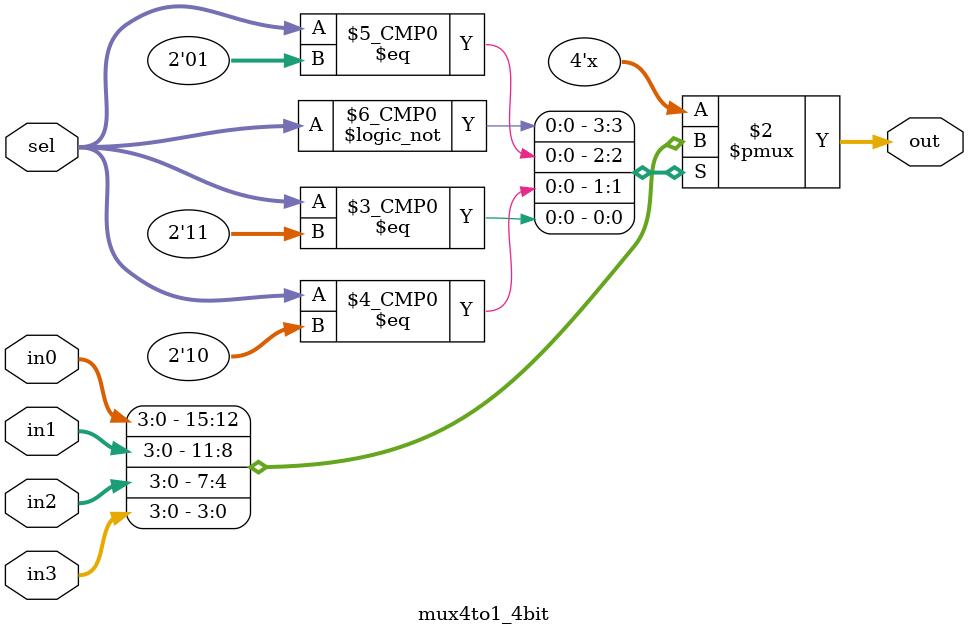
<source format=v>
`timescale 1ns / 1ps


module mux4to1_4bit(
input [3:0] in0,in1,in2,in3,
input [1:0] sel,
output reg [3:0] out
    );
    
    always @(*) begin
    case(sel)
    2'b00 : out = in0; // add
    2'b01 : out = in1; //sub
    2'b10 : out = in2; //and
    2'b11 : out= in3;//or
    
    default : out = 4'b0000;
    endcase 
    end 
endmodule

</source>
